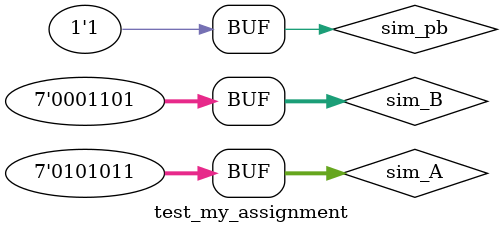
<source format=v>
`timescale 1ns / 1ps


module test_my_assignment();

    // Simulation Inputs
    reg [6:0]sim_A;
    reg [6:0]sim_B;
    reg sim_pb;
    
    // Simulation Outputs
    wire [6:0]sim_S;
    wire [5:0]sim_T;
    wire [3:0]sim_an;
    wire [7:0]sim_seg;
    
    // Instantiation of the module to be simulated
    assignment2 dut(.A(sim_A), .B(sim_B), .pb(sim_pb), .S(sim_S), .T(sim_T), .an(sim_an), .seg(sim_seg));
    
    // Stimuli
    initial begin
        sim_A = 7'b0001111; sim_B = 7'b0000000; sim_pb = 1'b0; #10;
        sim_A = 7'b0001010; sim_B = 7'b0010001; sim_pb = 1'b0; #10;
        sim_A = 7'b0101011; sim_B = 7'b0001101; sim_pb = 1'b0; #10;
        sim_A = 7'b0001111; sim_B = 7'b0000000; sim_pb = 1'b1; #10;
        sim_A = 7'b0001010; sim_B = 7'b0010001; sim_pb = 1'b1; #10;
        sim_A = 7'b0101011; sim_B = 7'b0001101; sim_pb = 1'b1; #10;
    end
endmodule

</source>
